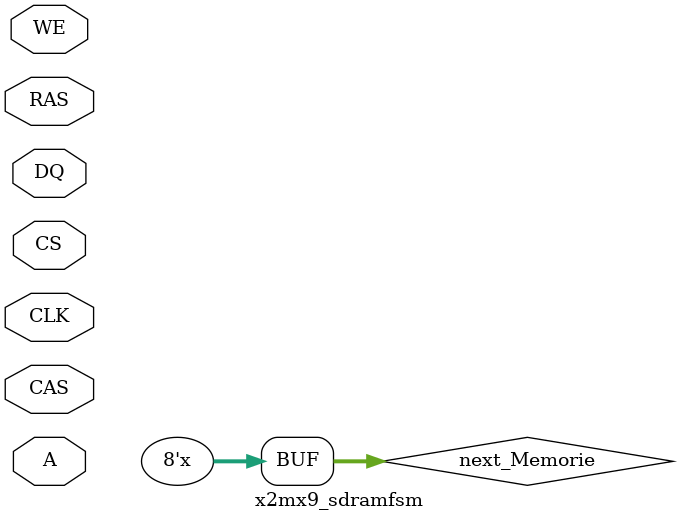
<source format=v>


`timescale 1ns / 1ps

module x2mx9_sdramfsm (A, CAS, CLK, CS, DQ, RAS, WE);
input   CAS;
input   CLK;
input   CS;
input   RAS;
input   WE;
input   [0:11]A;
input   [0:7]DQ;

tri     [0:11]A;
reg     [0:11]ino_A;
wire    CAS;
wire    CLK;
wire    CS;
tri     [0:7]DQ;
reg     [0:7]ino_DQ;
wire    RAS;
wire    WE;

// BINARY ENCODED state machine: Sreg0
// State codes definitions:
`define S1 3'b000
`define S2 3'b001
`define S3 3'b010
`define S4 3'b011
`define S5 3'b100
`define S6 3'b101

reg [2:0]CurrState_Sreg0, NextState_Sreg0;

// Diagram actions (continuous assignments allowed only: assign ...)
//diagram ACTIONS


//--------------------------------------------------------------------
// Machine: Sreg0
//--------------------------------------------------------------------
// machine variables declarations
reg  [0:7]Memorie, next_Memorie;
//----------------------------------
// NextState logic (combinatorial)
//----------------------------------
always @ (DQ or CS or RAS or CAS or WE or Memorie or CurrState_Sreg0)
begin : Sreg0_NextState
	NextState_Sreg0 <= CurrState_Sreg0;
	// Set default values for outputs and signals
	next_Memorie = Memorie;
	case (CurrState_Sreg0)	// synopsys parallel_case full_case
		`S1:
			if (CS != 1)
				NextState_Sreg0 <= `S1;
			else if (CS == 1)
				NextState_Sreg0 <= `S2;
		`S2:
			if (RAS != 1 || CAS != 1)
				NextState_Sreg0 <= `S1;
			else if (RAS == 1 && CAS == 1)
				NextState_Sreg0 <= `S3;
		`S3:
		begin
			Memorie = DQ;
			if (WE != 1)
				NextState_Sreg0 <= `S6;
			else if (WE == 1)
				NextState_Sreg0 <= `S4;
		end
		`S4:
			NextState_Sreg0 <= `S5;
		`S5:
			NextState_Sreg0 <= `S1;
		`S6:
			NextState_Sreg0 <= `S5;
	endcase
end

//----------------------------------
// Current State Logic (sequential)
//----------------------------------
always @ (posedge CLK)
begin : Sreg0_CurrentState
	CurrState_Sreg0 <= NextState_Sreg0;
end

initial CurrState_Sreg0 = `S1;

//----------------------------------
// Registered outputs logic
//----------------------------------
always @ (posedge CLK)
begin : Sreg0_RegOutput
	Memorie <= next_Memorie;
end

endmodule
</source>
